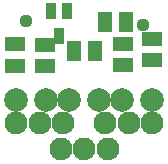
<source format=gbr>
G04 EAGLE Gerber X2 export*
G04 #@! %TF.Part,Single*
G04 #@! %TF.FileFunction,Soldermask,Top,1*
G04 #@! %TF.FilePolarity,Negative*
G04 #@! %TF.GenerationSoftware,Autodesk,EAGLE,8.6.0*
G04 #@! %TF.CreationDate,2018-03-03T07:28:53Z*
G75*
%MOMM*%
%FSLAX34Y34*%
%LPD*%
%AMOC8*
5,1,8,0,0,1.08239X$1,22.5*%
G01*
%ADD10R,1.708000X1.308000*%
%ADD11C,1.930400*%
%ADD12C,2.008000*%
%ADD13R,1.308000X1.708000*%
%ADD14R,0.914400X1.320800*%
%ADD15C,1.112000*%


D10*
X406600Y432500D03*
X406600Y414500D03*
X472800Y415100D03*
X472800Y433100D03*
D11*
X457700Y366000D03*
X477700Y366000D03*
X497700Y366000D03*
X422500Y366100D03*
X402500Y366100D03*
X382500Y366100D03*
D12*
X472300Y385400D03*
X497700Y385400D03*
X382300Y385400D03*
X407700Y385400D03*
D10*
X497500Y437200D03*
X497500Y419200D03*
X381500Y432800D03*
X381500Y414800D03*
D13*
X431500Y427400D03*
X449500Y427400D03*
X475500Y451400D03*
X457500Y451400D03*
D11*
X420200Y344400D03*
X440200Y344400D03*
X460200Y344400D03*
D14*
X418800Y439800D03*
X425300Y460800D03*
X412300Y460800D03*
D12*
X427400Y385700D03*
X452800Y385700D03*
D15*
X490300Y448700D03*
X391200Y452200D03*
M02*

</source>
